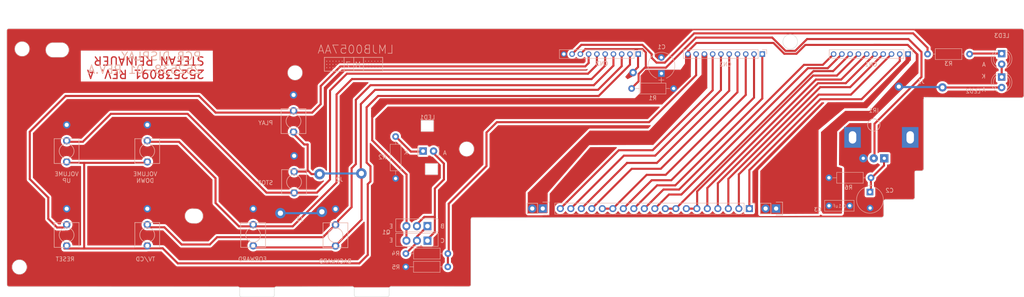
<source format=kicad_pcb>
(kicad_pcb (version 20221018) (generator pcbnew)
  (layers (0 "F.Cu" signal) (31 "B.Cu" signal) (34 "B.Paste" user) (35 "F.Paste" user) (36 "B.SilkS" user "B.Silkscreen") (37 "F.SilkS" user "F.Silkscreen") (38 "B.Mask" user) (39 "F.Mask" user) (44 "Edge.Cuts" user))
  (net 0 "")
  (net 1 "KI0")
  (net 2 "KST3")
  (net 3 "GND")
  (net 4 "Net-(IR1-Pin_1)")
  (net 5 "+5VD")
  (net 6 "VF2")
  (net 7 "G8")
  (net 8 "Sh")
  (net 9 "Sg")
  (net 10 "G7")
  (net 11 "Sf")
  (net 12 "G6")
  (net 13 "G5")
  (net 14 "Se")
  (net 15 "G4")
  (net 16 "Sd")
  (net 17 "G3")
  (net 18 "Sc")
  (net 19 "G2")
  (net 20 "Sb")
  (net 21 "Sa")
  (net 22 "G1")
  (net 23 "VF1")
  (net 24 "_{INCD}")
  (net 25 "KI2")
  (net 26 "KI1")
  (net 27 "KST2")
  (net 28 "KST1")
  (net 29 "KST0")
  (net 30 "IR_VOUT")
  (net 31 "CN3_PIN9")
  (net 32 "Net-(LED1-A)")
  (net 33 "Net-(Q1-C)")
  (net 34 "Net-(LED1-K)")
  (net 35 "Net-(LED2-K)")
  (net 36 "Net-(LED3-K)")
  (footprint "kicad-official/Connector_PinSocket_2.00mm.pretty:PinSocket_1x10_P2.00mm_Vertical" (layer "B.Cu") (at 177.75 69.75 90)
    (fp_text reference "CN3")
    (fp_text value "PinSocket_1x10_P2.00mm_Vertical")
  )
  (footprint "kicad-legacy/Resistors_ThroughHole.pretty:R_Axial_DIN0207_L6.3mm_D2.5mm_P10.16mm_Horizontal" (layer "B.Cu") (at 234.03 99.71 180)
    (fp_text reference "R6")
    (fp_text value "47")
  )
  (footprint "kicad-official/LED_THT.pretty:LED_D4.0mm" (layer "B.Cu") (at 265.64 69.65 -90)
    (fp_text reference "LED3")
    (fp_text value "LED")
  )
  (footprint "kicad-legacy/Resistors_ThroughHole.pretty:R_Axial_DIN0207_L6.3mm_D2.5mm_P10.16mm_Horizontal" (layer "B.Cu") (at 176.15 78.09)
    (fp_text reference "R1")
    (fp_text value "3.3K")
  )
  (footprint "4ms/4ms-kicad-lib/footprints-legacy/4ms-legacy-footprints.pretty:Cap_Ceramic_TH" (layer "B.Cu") (at 223.88 106.49)
    (fp_text reference "C3")
    (fp_text value "0.1uF")
  )
  (footprint "CDTV-panel:CP_Radial_D6.3mm_P3.8mm" (layer "B.Cu") (at 233.79 103.8025 -90)
    (fp_text reference "C2")
    (fp_text value "47uF 16V")
  )
  (footprint "CDTV-panel:PushButton_6x6mm_TH" (layer "B.Cu") (at 39.5 113.57 180)
    (fp_text reference "RESET1" hide)
    (fp_text value "SW_Push_CDTV")
  )
  (footprint "kicad-legacy/Resistors_ThroughHole.pretty:R_Axial_DIN0207_L6.3mm_D2.5mm_P10.16mm_Horizontal" (layer "B.Cu") (at 119.07 99.89 90)
    (fp_text reference "R2")
    (fp_text value "150")
  )
  (footprint "kicad-legacy/Resistors_ThroughHole.pretty:R_Axial_DIN0207_L6.3mm_D2.5mm_P10.16mm_Horizontal" (layer "B.Cu") (at 247.72 69.75)
    (fp_text reference "R3")
    (fp_text value "33")
  )
  (footprint "CDTV-panel:PushButton_6x6mm_TH" (layer "B.Cu") (at 59 93.25 180)
    (fp_text reference "VOLUME_DOWN1" hide)
    (fp_text value "SW_Push_CDTV")
  )
  (footprint "apexelectrix/apex-pin-headers.pretty:Pin_Header_Straight_1x02" (layer "B.Cu") (at 211.095 107.165 90)
    (fp_text reference "DISP1" hide)
    (fp_text value "PinSocket_1x19_P2.54mm_Vertical" hide)
  )
  (footprint "CDTV-panel:PushButton_6x6mm_TH" (layer "B.Cu") (at 84.61 113.57 180)
    (fp_text reference "FORWARD1" hide)
    (fp_text value "SW_Push_CDTV")
  )
  (footprint "kicad-official/LED_THT.pretty:LED_D4.0mm" (layer "B.Cu") (at 265.64 75.305 -90)
    (fp_text reference "LED2")
    (fp_text value "LED")
  )
  (footprint "kicad-official/LED_THT.pretty:LED_Rectangular_W5.0mm_H2.0mm" (layer "B.Cu") (at 125.71 93.25)
    (fp_text reference "LED1")
    (fp_text value "LED")
  )
  (footprint "CDTV-panel:PushButton_6x6mm_TH" (layer "B.Cu") (at 104.52 113.63 180)
    (fp_text reference "BACKWARD1" hide)
    (fp_text value "SW_Push_CDTV")
  )
  (footprint "CDTV-panel:TO-220-3_Vertical_CBE" (layer "B.Cu") (at 126.77 114.95 180)
    (fp_text reference "Q2" hide)
    (fp_text value "NO STUFF (CBE)" hide)
  )
  (footprint "kicad-legacy/Resistors_ThroughHole.pretty:R_Axial_DIN0207_L6.3mm_D2.5mm_P10.16mm_Horizontal" (layer "B.Cu") (at 121.53 121.29)
    (fp_text reference "R5")
    (fp_text value "NP")
  )
  (footprint "CDTV-panel:IR-sensor" (layer "B.Cu") (at 234.71 95 180)
    (fp_text reference "IR1")
    (fp_text value "GP1U50X")
  )
  (footprint "CDTV-panel:PushButton_6x6mm_TH" (layer "B.Cu") (at 59 113.57 180)
    (fp_text reference "TV_CD1" hide)
    (fp_text value "SW_Push_CDTV")
  )
  (footprint "CDTV-panel:PushButton_6x6mm_TH" (layer "B.Cu") (at 94.51 100.75 180)
    (fp_text reference "STOP1" hide)
    (fp_text value "SW_Push_CDTV")
  )
  (footprint "CDTV-panel:PushButton_6x6mm_TH" (layer "B.Cu") (at 94.37 86 180)
    (fp_text reference "PLAY1" hide)
    (fp_text value "SW_Push")
  )
  (footprint "kicad-official/Connector_PinSocket_2.54mm.pretty:PinSocket_1x19_P2.54mm_Vertical" (layer "B.Cu") (at 204.62 107.19 90)
    (fp_text reference "DISP2" hide)
    (fp_text value "Pin_Header_Straight_1x02" hide)
  )
  (footprint "kicad-official/Connector_PinSocket_2.00mm.pretty:PinSocket_1x10_P2.00mm_Vertical" (layer "B.Cu") (at 207.75 69.75 90)
    (fp_text reference "CN2")
    (fp_text value "PinSocket_1x10_P2.00mm_Vertical")
  )
  (footprint "CDTV-panel:CP_Radial_D6.3mm_P3.8mm" (layer "B.Cu") (at 183.36 73.81 90)
    (fp_text reference "C1")
    (fp_text value "47uF 16V")
  )
  (footprint "CDTV-panel:PushButton_6x6mm_TH" (layer "B.Cu") (at 39.5 93.25 180)
    (fp_text reference "VOLUME_UP1" hide)
    (fp_text value "SW_Push_CDTV")
  )
  (footprint "CDTV-panel:TO-220-3_Vertical_BCE" (layer "B.Cu") (at 126.77 111.43 180)
    (fp_text reference "Q1")
    (fp_text value "2SA1309A (BCE)" hide)
  )
  (footprint "kicad-official/Connector_PinSocket_2.00mm.pretty:PinSocket_1x10_P2.00mm_Vertical" (layer "B.Cu") (at 243 69.75 90)
    (fp_text reference "CN1")
    (fp_text value "PinSocket_1x10_P2.00mm_Vertical")
  )
  (footprint "apexelectrix/apex-pin-headers.pretty:Pin_Header_Straight_1x02" (layer "B.Cu") (at 154.66 107.165 90)
    (fp_text reference "DISP3" hide)
    (fp_text value "Pin_Header_Straight_1x02" hide)
  )
  (footprint "kicad-legacy/Resistors_ThroughHole.pretty:R_Axial_DIN0207_L6.3mm_D2.5mm_P10.16mm_Horizontal" (layer "B.Cu") (at 121.55 118.08)
    (fp_text reference "R4")
    (fp_text value "4.7K")
  )
  (gr_line (start 115.95 70.55) (end 101.84 70.55) (stroke (width 0.15)) (layer "B.SilkS"))
  (gr_line (start 108.95 70.55) (end 108.95 73.89) (stroke (width 0.15)) (layer "B.SilkS"))
  (gr_line (start 106.61 70.55) (end 106.61 73.89) (stroke (width 0.15)) (layer "B.SilkS"))
  (gr_line (start 101.84 70.55) (end 101.84 73.89) (stroke (width 0.15)) (layer "B.SilkS"))
  (gr_line (start 111.29 70.55) (end 111.29 73.89) (stroke (width 0.15)) (layer "B.SilkS"))
  (gr_line (start 115.95 73.89) (end 101.84 73.89) (stroke (width 0.15)) (layer "B.SilkS"))
  (gr_line (start 115.95 73.89) (end 115.95 70.55) (stroke (width 0.15)) (layer "B.SilkS"))
  (gr_arc (start 69.903162 110.728162) (mid 68.135 108.96) (end 69.903162 107.191838) (stroke (width 0.1)) (layer "Edge.Cuts"))
  (gr_line (start 137.263379 109.909507) (end 137.256621 125.500493) (stroke (width 0.1)) (layer "Edge.Cuts"))
  (gr_arc (start 25.053379 64.149507) (mid 25.179075 63.750075) (end 25.57 63.600001) (stroke (width 0.1)) (layer "Edge.Cuts"))
  (gr_line (start 246.743379 80.849507) (end 246.746621 97.460493) (stroke (width 0.1)) (layer "Edge.Cuts"))
  (gr_line (start 270.471136 80.319999) (end 247.26 80.300001) (stroke (width 0.1)) (layer "Edge.Cuts"))
  (gr_arc (start 270.987757 79.770493) (mid 270.843253 80.152242) (end 270.471136 80.319999) (stroke (width 0.1)) (layer "Edge.Cuts"))
  (gr_circle (center 28.75 68.5) (end 29.83 69.9) (stroke (width 0.1)) (fill none) (layer "Edge.Cuts"))
  (gr_arc (start 270.450493 63.600001) (mid 270.828096 63.750444) (end 270.993012 64.121955) (stroke (width 0.1)) (layer "Edge.Cuts"))
  (gr_arc (start 89.753379 126.619507) (mid 89.879075 126.220075) (end 90.27 126.070001) (stroke (width 0.1)) (layer "Edge.Cuts"))
  (gr_line (start 109.079999 126.57) (end 109.080001 128.06) (stroke (width 0.1)) (layer "Edge.Cuts"))
  (gr_arc (start 244.583379 98.559507) (mid 244.709075 98.160075) (end 245.1 98.010001) (stroke (width 0.1)) (layer "Edge.Cuts"))
  (gr_arc (start 237.076621 108.730493) (mid 236.950925 109.129925) (end 236.56 109.279999) (stroke (width 0.1)) (layer "Edge.Cuts"))
  (gr_arc (start 246.746621 97.460493) (mid 246.620925 97.859925) (end 246.23 98.009999) (stroke (width 0.1)) (layer "Edge.Cuts"))
  (gr_line (start 244.583379 98.559507) (end 244.586621 104.400493) (stroke (width 0.1)) (layer "Edge.Cuts"))
  (gr_line (start 236.56 109.279999) (end 137.78 109.360001) (stroke (width 0.1)) (layer "Edge.Cuts"))
  (gr_arc (start 80.800493 126.073379) (mid 81.199925 126.199075) (end 81.349999 126.59) (stroke (width 0.1)) (layer "Edge.Cuts"))
  (gr_line (start 70.704838 107.219838) (end 70.704838 107.219838) (stroke (width 0.1)) (layer "Edge.Cuts"))
  (gr_circle (center 28.09 121.34) (end 29.17 122.74) (stroke (width 0.1)) (fill none) (layer "Edge.Cuts"))
  (gr_line (start 270.987757 64.122117) (end 270.987757 79.770493) (stroke (width 0.1)) (layer "Edge.Cuts"))
  (gr_arc (start 137.256621 125.500493) (mid 137.130925 125.899925) (end 136.74 126.049999) (stroke (width 0.1)) (layer "Edge.Cuts"))
  (gr_circle (center 94.75 74.268162) (end 95.83 75.668162) (stroke (width 0.1)) (fill none) (layer "Edge.Cuts"))
  (gr_line (start 90.27 126.070001) (end 108.530493 126.053379) (stroke (width 0.1)) (layer "Edge.Cuts"))
  (gr_arc (start 117.498379 126.589507) (mid 117.624075 126.190075) (end 118.015 126.040001) (stroke (width 0.1)) (layer "Edge.Cuts"))
  (gr_line (start 70.704838 110.756162) (end 69.903162 110.728162) (stroke (width 0.1)) (layer "Edge.Cuts"))
  (gr_line (start 109.629507 128.576621) (end 116.985 128.569999) (stroke (width 0.1)) (layer "Edge.Cuts"))
  (gr_line (start 36.242081 66.982837) (end 37.783081 66.988999) (stroke (width 0.1)) (layer "Edge.Cuts"))
  (gr_circle (center 214.5 66.75) (end 215.58 68.15) (stroke (width 0.1)) (fill none) (layer "Edge.Cuts"))
  (gr_line (start 246.23 98.009999) (end 245.1 98.010001) (stroke (width 0.1)) (layer "Edge.Cuts"))
  (gr_arc (start 108.530493 126.053379) (mid 108.929925 126.179075) (end 109.079999 126.57) (stroke (width 0.1)) (layer "Edge.Cuts"))
  (gr_arc (start 137.263379 109.909507) (mid 137.389075 109.510075) (end 137.78 109.360001) (stroke (width 0.1)) (layer "Edge.Cuts"))
  (gr_arc (start 89.746621 128.060493) (mid 89.620925 128.459925) (end 89.23 128.609999) (stroke (width 0.1)) (layer "Edge.Cuts"))
  (gr_line (start 25.57 63.600001) (end 270.450493 63.600001) (stroke (width 0.1)) (layer "Edge.Cuts"))
  (gr_arc (start 237.073379 105.529507) (mid 237.199075 105.130075) (end 237.59 104.980001) (stroke (width 0.1)) (layer "Edge.Cuts"))
  (gr_line (start 25.090001 125.54) (end 25.053379 64.149507) (stroke (width 0.1)) (layer "Edge.Cuts"))
  (gr_arc (start 70.704838 107.219838) (mid 72.473 108.988) (end 70.704838 110.756162) (stroke (width 0.1)) (layer "Edge.Cuts"))
  (gr_arc (start 36.242081 70.519161) (mid 34.473919 68.750999) (end 36.242081 66.982837) (stroke (width 0.1)) (layer "Edge.Cuts"))
  (gr_arc (start 117.501621 128.020493) (mid 117.375925 128.419925) (end 116.985 128.569999) (stroke (width 0.1)) (layer "Edge.Cuts"))
  (gr_line (start 244.07 104.949999) (end 237.59 104.980001) (stroke (width 0.1)) (layer "Edge.Cuts"))
  (gr_arc (start 81.889507 128.606621) (mid 81.490075 128.480925) (end 81.340001 128.09) (stroke (width 0.1)) (layer "Edge.Cuts"))
  (gr_line (start 69.903162 107.191838) (end 70.704838 107.219838) (stroke (width 0.1)) (layer "Edge.Cuts"))
  (gr_line (start 237.073379 105.529507) (end 237.076621 108.730493) (stroke (width 0.1)) (layer "Edge.Cuts"))
  (gr_arc (start 38.257919 66.981837) (mid 40.026083 68.749999) (end 38.257919 70.518161) (stroke (width 0.1)) (layer "Edge.Cuts"))
  (gr_line (start 117.501621 128.020493) (end 117.498379 126.589507) (stroke (width 0.1)) (layer "Edge.Cuts"))
  (gr_arc (start 109.629507 128.576621) (mid 109.230075 128.450925) (end 109.080001 128.06) (stroke (width 0.1)) (layer "Edge.Cuts"))
  (gr_arc (start 25.639507 126.056621) (mid 25.240075 125.930925) (end 25.090001 125.54) (stroke (width 0.1)) (layer "Edge.Cuts"))
  (gr_rect (start 125.208 85.782) (end 128.25 88.5) (stroke (width 0.1)) (fill none) (layer "Edge.Cuts"))
  (gr_line (start 37.783081 66.988999) (end 38.257919 66.981837) (stroke (width 0.1)) (layer "Edge.Cuts"))
  (gr_arc (start 244.586621 104.400493) (mid 244.460925 104.799925) (end 244.07 104.949999) (stroke (width 0.1)) (layer "Edge.Cuts"))
  (gr_arc (start 246.743379 80.849507) (mid 246.869075 80.450075) (end 247.26 80.300001) (stroke (width 0.1)) (layer "Edge.Cuts"))
  (gr_circle (center 136.25 92.75) (end 137.33 94.15) (stroke (width 0.1)) (fill none) (layer "Edge.Cuts"))
  (gr_line (start 81.349999 126.59) (end 81.340001 128.09) (stroke (width 0.1)) (layer "Edge.Cuts"))
  (gr_line (start 81.889507 128.606621) (end 89.23 128.609999) (stroke (width 0.1)) (layer "Edge.Cuts"))
  (gr_line (start 89.746621 128.060493) (end 89.753379 126.619507) (stroke (width 0.1)) (layer "Edge.Cuts"))
  (gr_line (start 25.639507 126.056621) (end 80.800493 126.073379) (stroke (width 0.1)) (layer "Edge.Cuts"))
  (gr_line (start 118.015 126.040001) (end 136.74 126.049999) (stroke (width 0.1)) (layer "Edge.Cuts"))
  (gr_line (start 38.257919 70.518161) (end 36.242081 70.519161) (stroke (width 0.1)) (layer "Edge.Cuts"))
  (gr_rect (start 126.229 96.25) (end 129.271 98.968) (stroke (width 0.1)) (fill none) (layer "Edge.Cuts"))
  (gr_text "252538091 REV. A\nSTEFAN REINAUER" (at 73.03 70.17 180) (layer "F.Cu") (effects (font (size 2 2) (thickness 0.3) bold) (justify left bottom)))
  (gr_text "PLAY" (at 89.5 87) (layer "B.SilkS") (effects (font (size 1 1)) (justify left bottom mirror)))
  (gr_text "." (at 112.2 72.53) (layer "B.SilkS") (effects (font (size 1 1)) (justify left bottom mirror)))
  (gr_text "." (at 115.2 71.75) (layer "B.SilkS") (effects (font (size 1 1)) (justify left bottom mirror)))
  (gr_text "." (at 106.58 72.53) (layer "B.SilkS") (effects (font (size 1 1)) (justify left bottom mirror)))
  (gr_text "." (at 102.83 72.53) (layer "B.SilkS") (effects (font (size 1 1)) (justify left bottom mirror)))
  (gr_text "." (at 104.33 73.31) (layer "B.SilkS") (effects (font (size 1 1)) (justify left bottom mirror)))
  (gr_text "." (at 105.83 73.31) (layer "B.SilkS") (effects (font (size 1 1)) (justify left bottom mirror)))
  (gr_text "STOP" (at 89.5 101.5) (layer "B.SilkS") (effects (font (size 1 1)) (justify left bottom mirror)))
  (gr_text "J1" (at 247.1 76.97) (layer "B.SilkS") (effects (font (size 1 1)) (justify left bottom mirror)))
  (gr_text "." (at 104.33 71.75) (layer "B.SilkS") (effects (font (size 1 1)) (justify left bottom mirror)))
  (gr_text "A\n" (at 261.87 78.96) (layer "B.SilkS") (effects (font (size 1 1)) (justify left bottom mirror)))
  (gr_text "." (at 105.08 71.75) (layer "B.SilkS") (effects (font (size 1 1)) (justify left bottom mirror)))
  (gr_text "K\n" (at 261.87 75.73) (layer "B.SilkS") (effects (font (size 1 1)) (justify left bottom mirror)))
  (gr_text "." (at 106.58 73.31) (layer "B.SilkS") (effects (font (size 1 1)) (justify left bottom mirror)))
  (gr_text "VOLUME\nUP" (at 39.5 101) (layer "B.SilkS") (effects (font (size 1 1)) (justify bottom mirror)))
  (gr_text "." (at 115.2 73.31) (layer "B.SilkS") (effects (font (size 1 1)) (justify left bottom mirror)))
  (gr_text "." (at 114.45 71.75) (layer "B.SilkS") (effects (font (size 1 1)) (justify left bottom mirror)))
  (gr_text "TV/CD" (at 61 120) (layer "B.SilkS") (effects (font (size 1 1)) (justify left bottom mirror)))
  (gr_text "PCB DISPLAY\n252538-01 REV.A" (at 72.28 74.67) (layer "B.SilkS") (effects (font (size 2 2) (thickness 0.25)) (justify left bottom mirror)))
  (gr_text "." (at 102.83 71.75) (layer "B.SilkS") (effects (font (size 1 1)) (justify left bottom mirror)))
  (gr_text "." (at 102.83 73.31) (layer "B.SilkS") (effects (font (size 1 1)) (justify left bottom mirror)))
  (gr_text "K\n" (at 122.16 94.18) (layer "B.SilkS") (effects (font (size 1 1)) (justify left bottom mirror)))
  (gr_text "." (at 115.95 73.31) (layer "B.SilkS") (effects (font (size 1 1)) (justify left bottom mirror)))
  (gr_text "A\n" (at 131.5 94.27) (layer "B.SilkS") (effects (font (size 1 1)) (justify left bottom mirror)))
  (gr_text "VOLUME\nDOWN" (at 58.5 101) (layer "B.SilkS") (effects (font (size 1 1)) (justify bottom mirror)))
  (gr_text "." (at 114.45 73.31) (layer "B.SilkS") (effects (font (size 1 1)) (justify left bottom mirror)))
  (gr_text "." (at 113.7 71.75) (layer "B.SilkS") (effects (font (size 1 1)) (justify left bottom mirror)))
  (gr_text "." (at 112.2 71.75) (layer "B.SilkS") (effects (font (size 1 1)) (justify left bottom mirror)))
  (gr_text "." (at 112.95 72.53) (layer "B.SilkS") (effects (font (size 1 1)) (justify left bottom mirror)))
  (gr_text "." (at 113.7 73.31) (layer "B.SilkS") (effects (font (size 1 1)) (justify left bottom mirror)))
  (gr_text "." (at 115.2 72.53) (layer "B.SilkS") (effects (font (size 1 1)) (justify left bottom mirror)))
  (gr_text "7" (at 108.32 73.06) (layer "B.SilkS") (effects (font (size 1.27 1.27)) (justify left bottom mirror)))
  (gr_text "LMJB0057AA" (at 118.75 69.8) (layer "B.SilkS") (effects (font (size 2 2)) (justify left bottom mirror)))
  (gr_text "." (at 103.58 72.53) (layer "B.SilkS") (effects (font (size 1 1)) (justify left bottom mirror)))
  (gr_text "J2\n" (at 106.46 100.71) (layer "B.SilkS") (effects (font (size 1 1)) (justify left bottom mirror)))
  (gr_text "." (at 103.58 73.31) (layer "B.SilkS") (effects (font (size 1 1)) (justify left bottom mirror)))
  (gr_text "RESET" (at 41.5 120) (layer "B.SilkS") (effects (font (size 1 1)) (justify left bottom mirror)))
  (gr_text "." (at 112.2 73.31) (layer "B.SilkS") (effects (font (size 1 1)) (justify left bottom mirror)))
  (gr_text "." (at 103.58 71.75) (layer "B.SilkS") (effects (font (size 1 1)) (justify left bottom mirror)))
  (gr_text "." (at 106.58 71.75) (layer "B.SilkS") (effects (font (size 1 1)) (justify left bottom mirror)))
  (gr_text "." (at 115.95 71.75) (layer "B.SilkS") (effects (font (size 1 1)) (justify left bottom mirror)))
  (gr_text "." (at 112.95 71.75) (layer "B.SilkS") (effects (font (size 1 1)) (justify left bottom mirror)))
  (gr_text "." (at 105.83 71.75) (layer "B.SilkS") (effects (font (size 1 1)) (justify left bottom mirror)))
  (gr_text "." (at 104.33 72.53) (layer "B.SilkS") (effects (font (size 1 1)) (justify left bottom mirror)))
  (gr_text "." (at 112.95 73.31) (layer "B.SilkS") (effects (font (size 1 1)) (justify left bottom mirror)))
  (gr_text "." (at 105.08 72.53) (layer "B.SilkS") (effects (font (size 1 1)) (justify left bottom mirror)))
  (gr_text "." (at 113.7 72.53) (layer "B.SilkS") (effects (font (size 1 1)) (justify left bottom mirror)))
  (gr_text "A\n" (at 261.87 72.87) (layer "B.SilkS") (effects (font (size 1 1)) (justify left bottom mirror)))
  (gr_text "." (at 105.08 73.31) (layer "B.SilkS") (effects (font (size 1 1)) (justify left bottom mirror)))
  (gr_text "M" (at 110.78 73.06) (layer "B.SilkS") (effects (font (size 1.27 1.27)) (justify left bottom mirror)))
  (gr_text "." (at 115.95 72.53) (layer "B.SilkS") (effects (font (size 1 1)) (justify left bottom mirror)))
  (gr_text "BACKWARD" (at 108.5 120.5) (layer "B.SilkS") (effects (font (size 1 1)) (justify left bottom mirror)))
  (gr_text "." (at 114.45 72.53) (layer "B.SilkS") (effects (font (size 1 1)) (justify left bottom mirror)))
  (gr_text "." (at 105.83 72.53) (layer "B.SilkS") (effects (font (size 1 1)) (justify left bottom mirror)))
  (gr_text "J3\n" (at 96.93 110.32) (layer "B.SilkS") (effects (font (size 1 1)) (justify left bottom mirror)))
  (gr_text "FORWARD" (at 88 120) (layer "B.SilkS") (effects (font (size 1 1)) (justify left bottom mirror)))
  (segment (start 168.02 78.41) (end 164.23 78.41) (width 0.5) (layer "F.Cu") (net 1))
  (segment (start 104.11 116.585) (end 84.37 116.585) (width 0.5) (layer "F.Cu") (net 1))
  (segment (start 94.35 89.025) (end 96.975 91.65) (width 0.5) (layer "F.Cu") (net 1))
  (segment (start 100.69 98.83) (end 98.73 98.83) (width 0.5) (layer "F.Cu") (net 1))
  (segment (start 97.8 97.9) (end 97.43 98.27) (width 0.5) (layer "F.Cu") (net 1))
  (segment (start 97.375 98.215) (end 94.35 98.215) (width 0.5) (layer "F.Cu") (net 1))
  (segment (start 164.23 78.41) (end 114.11 78.41) (width 0.5) (layer "F.Cu") (net 1))
  (segment (start 173.75 72.68) (end 168.02 78.41) (width 0.5) (layer "F.Cu") (net 1))
  (segment (start 97.43 98.27) (end 97.375 98.215) (width 0.5) (layer "F.Cu") (net 1))
  (segment (start 110.66 81.86) (end 110.66 97.8) (width 0.5) (layer "F.Cu") (net 1))
  (segment (start 173.75 69.75) (end 173.75 72.68) (width 0.5) (layer "F.Cu") (net 1))
  (segment (start 96.975 91.65) (end 97.8 91.65) (width 0.5) (layer "F.Cu") (net 1))
  (segment (start 110.66 97.8) (end 110.85 97.99) (width 0.5) (layer "F.Cu") (net 1))
  (segment (start 110.85 109.845) (end 104.11 116.585) (width 0.5) (layer "F.Cu") (net 1))
  (segment (start 114.11 78.41) (end 110.66 81.86) (width 0.5) (layer "F.Cu") (net 1))
  (segment (start 97.8 91.65) (end 97.8 97.9) (width 0.5) (layer "F.Cu") (net 1))
  (segment (start 98.73 98.83) (end 97.8 97.9) (width 0.5) (layer "F.Cu") (net 1))
  (segment (start 110.85 97.99) (end 110.85 109.845) (width 0.5) (layer "F.Cu") (net 1))
  (via (at 100.69 98.83) (size 2.54) (drill 1.27) (layers "F.Cu" "B.Cu") (net 1))
  (via (at 110.79 98.67) (size 2.54) (drill 1.27) (layers "F.Cu" "B.Cu") (net 1))
  (segment (start 100.69 98.83) (end 100.85 98.67) (width 0.5) (layer "B.Cu") (net 1))
  (segment (start 100.85 98.67) (end 110.79 98.67) (width 0.5) (layer "B.Cu") (net 1))
  (segment (start 108.43 106.84) (end 108.43 97.42) (width 0.5) (layer "F.Cu") (net 2))
  (segment (start 108.43 97.42) (end 109.45 96.4) (width 0.5) (layer "F.Cu") (net 2))
  (segment (start 109.45 80.84) (end 113 77.29) (width 0.5) (layer "F.Cu") (net 2))
  (segment (start 101.485 114.11) (end 104.49 111.105) (width 0.5) (layer "F.Cu") (net 2))
  (segment (start 58.86 111.705) (end 63.145 111.705) (width 0.5) (layer "F.Cu") (net 2))
  (segment (start 109.45 96.4) (end 109.45 80.84) (width 0.5) (layer "F.Cu") (net 2))
  (segment (start 105.16 110.11) (end 108.43 106.84) (width 0.5) (layer "F.Cu") (net 2))
  (segment (start 113 77.29) (end 167 77.29) (width 0.5) (layer "F.Cu") (net 2))
  (segment (start 63.145 111.705) (end 67.32 115.88) (width 0.5) (layer "F.Cu") (net 2))
  (segment (start 67.32 115.88) (end 74.13 115.88) (width 0.5) (layer "F.Cu") (net 2))
  (segment (start 171.75 72.54) (end 171.75 69.75) (width 0.5) (layer "F.Cu") (net 2))
  (segment (start 105.16 110.48) (end 105.16 110.11) (width 0.5) (layer "F.Cu") (net 2))
  (segment (start 74.13 115.88) (end 75.9 114.11) (width 0.5) (layer "F.Cu") (net 2))
  (segment (start 167 77.29) (end 171.75 72.54) (width 0.5) (layer "F.Cu") (net 2))
  (segment (start 75.9 114.11) (end 101.485 114.11) (width 0.5) (layer "F.Cu") (net 2))
  (via (at 91.21 108.29) (size 2.54) (drill 1.27) (layers "F.Cu" "B.Cu") (net 3))
  (via (at 101.24 107.96) (size 2.54) (drill 1.27) (layers "F.Cu" "B.Cu") (net 3))
  (segment (start 100.91 108.29) (end 101.24 107.96) (width 0.5) (layer "B.Cu") (net 3))
  (segment (start 91.21 108.29) (end 100.91 108.29) (width 0.5) (layer "B.Cu") (net 3))
  (segment (start 234.01 99.91) (end 234.19 99.73) (width 0.5) (layer "F.Cu") (net 4))
  (segment (start 234.01 103.17) (end 234.01 99.91) (width 0.5) (layer "F.Cu") (net 4))
  (segment (start 237.18 96.74) (end 237.19 96.74) (width 0.5) (layer "F.Cu") (net 4))
  (segment (start 234.19 99.73) (end 237.18 96.74) (width 0.5) (layer "F.Cu") (net 4))
  (segment (start 237.19 96.74) (end 237.19 95.348) (width 0.5) (layer "F.Cu") (net 4))
  (segment (start 240.77 77.63) (end 240.77 78.01) (width 0.5) (layer "F.Cu") (net 5))
  (segment (start 241.10477 77.63) (end 245.25 73.48477) (width 0.5) (layer "F.Cu") (net 5))
  (segment (start 189.734631 74.665369) (end 189.734631 70.375034) (width 0.5) (layer "F.Cu") (net 5))
  (segment (start 191.81 67.05) (end 189.75 69.11) (width 0.5) (layer "F.Cu") (net 5))
  (segment (start 251.33 77.82) (end 251.355 77.845) (width 0.5) (layer "F.Cu") (net 5))
  (segment (start 189.15 72.09) (end 189.18 69.76) (width 0.2) (layer "F.Cu") (net 5))
  (segment (start 189.75 69.11) (end 189.75 69.75) (width 0.5) (layer "F.Cu") (net 5))
  (segment (start 189.18 69.76) (end 190.4 69.79) (width 0.2) (layer "F.Cu") (net 5))
  (segment (start 182.89 81.17) (end 185.97 78.09) (width 0.5) (layer "F.Cu") (net 5))
  (segment (start 223.88 106.49) (end 223.88 99.72) (width 0.5) (layer "F.Cu") (net 5))
  (segment (start 113.41 83.58) (end 115.82 81.17) (width 0.5) (layer "F.Cu") (net 5))
  (segment (start 216.01 69.67) (end 213.08 69.67) (width 0.5) (layer "F.Cu") (net 5))
  (segment (start 188.06 73.63) (end 189.15 72.09) (width 0.2) (layer "F.Cu") (net 5))
  (segment (start 240.77 77.63) (end 241.10477 77.63) (width 0.5) (layer "F.Cu") (net 5))
  (segment (start 116.95 81.86) (end 114.012116 84.76094) (width 0.2) (layer "F.Cu") (net 5))
  (segment (start 189.740042 70.484589) (end 189.737224 70.48452) (width 0.5) (layer "F.Cu") (net 5))
  (segment (start 185.97 78.09) (end 186.31 78.09) (width 0.5) (layer "F.Cu") (net 5))
  (segment (start 189.75 70.474631) (end 189.740042 70.484589) (width 0.5) (layer "F.Cu") (net 5))
  (segment (start 242.92 67.52) (end 234.71 67.52) (width 0.5) (layer "F.Cu") (net 5))
  (segment (start 190.36 75.18) (end 183.47 81.86) (width 0.2) (layer "F.Cu") (net 5))
  (segment (start 251.355 77.845) (end 265.64 77.845) (width 0.5) (layer "F.Cu") (net 5))
  (segment (start 240.77 78.01) (end 234.11 84.67) (width 0.5) (layer "F.Cu") (net 5))
  (segment (start 115.34 80.56) (end 176.99 80.53) (width 0.2) (layer "F.Cu") (net 5))
  (segment (start 183.36 74.45) (end 183.36 74.82) (width 0.5) (layer "F.Cu") (net 5))
  (segment (start 115.82 81.17) (end 182.89 81.17) (width 0.5) (layer "F.Cu") (net 5))
  (segment (start 223.87 88.77) (end 223.87 99.71) (width 0.5) (layer "F.Cu") (net 5))
  (segment (start 224.29 106.5) (end 224.05 106.5) (width 0.5) (layer "F.Cu") (net 5))
  (segment (start 190.4 69.79) (end 190.36 75.18) (width 0.2) (layer "F.Cu") (net 5))
  (segment (start 265.615 77.82) (end 265.64 77.845) (width 0.5) (layer "F.Cu") (net 5))
  (segment (start 245.25 73.48477) (end 245.25 69.85) (width 0.5) (layer "F.Cu") (net 5))
  (segment (start 186.31 77.77) (end 186.31 78.09) (width 0.5) (layer "F.Cu") (net 5))
  (segment (start 113.25 84.91) (end 113.25 82.86) (width 0.2) (layer "F.Cu") (net 5))
  (segment (start 227.97 84.67) (end 223.87 88.77) (width 0.5) (layer "F.Cu") (net 5))
  (segment (start 113.25 82.86) (end 115.34 80.56) (width 0.2) (layer "F.Cu") (net 5))
  (segment (start 121.72 98.94) (end 113.41 90.63) (width 0.5) (layer "F.Cu") (net 5))
  (segment (start 176.99 80.53) (end 178.37 79.16) (width 0.2) (layer "F.Cu") (net 5))
  (segment (start 223.88 99.72) (end 223.87 99.71) (width 0.5) (layer "F.Cu") (net 5))
  (segment (start 213.08 69.67) (end 210.46 67.05) (width 0.5) (layer "F.Cu") (net 5))
  (segment (start 210.46 67.05) (end 191.81 67.05) (width 0.5) (layer "F.Cu") (net 5))
  (segment (start 186.31 78.09) (end 189.734631 74.665369) (width 0.5) (layer "F.Cu") (net 5))
  (segment (start 189.75 69.75) (end 189.75 70.474631) (width 0.5) (layer "F.Cu") (net 5))
  (segment (start 113.41 90.63) (end 113.41 83.58) (width 0.5) (layer "F.Cu") (net 5))
  (segment (start 218.16 67.52) (end 216.01 69.67) (width 0.5) (layer "F.Cu") (net 5))
  (segment (start 121.72 112.05) (end 121.72 98.94) (width 0.5) (layer "F.Cu") (net 5))
  (segment (start 178.4 75.03) (end 179.58 73.62) (width 0.2) (layer "F.Cu") (net 5))
  (segment (start 113.652116 85.08094) (end 113.25 84.91) (width 0.2) (layer "F.Cu") (net 5))
  (segment (start 178.37 79.16) (end 178.4 75.03) (width 0.2) (layer "F.Cu") (net 5))
  (segment (start 179.58 73.62) (end 188.06 73.63) (width 0.2) (layer "F.Cu") (net 5))
  (segment (start 245.25 69.85) (end 242.92 67.52) (width 0.5) (layer "F.Cu") (net 5))
  (segment (start 234.11 84.67) (end 227.97 84.67) (width 0.5) (layer "F.Cu") (net 5))
  (segment (start 183.47 81.86) (end 116.95 81.86) (width 0.2) (layer "F.Cu") (net 5))
  (segment (start 114.012116 84.76094) (end 113.652116 85.08094) (width 0.2) (layer "F.Cu") (net 5))
  (segment (start 183.36 74.82) (end 186.31 77.77) (width 0.5) (layer "F.Cu") (net 5))
  (segment (start 121.69 114.95) (end 121.69 111.43) (width 0.5) (layer "F.Cu") (net 5))
  (segment (start 236.3 67.52) (end 218.16 67.52) (width 0.5) (layer "F.Cu") (net 5))
  (via (at 251.33 77.82) (size 2) (drill 1) (layers "F.Cu" "B.Cu") (net 5))
  (via (at 240.77 77.63) (size 2) (drill 1) (layers "F.Cu" "B.Cu") (net 5))
  (segment (start 240.77 77.63) (end 240.87477 77.73477) (width 0.5) (layer "B.Cu") (net 5))
  (segment (start 240.87477 77.73477) (end 251.24477 77.73477) (width 0.5) (layer "B.Cu") (net 5))
  (segment (start 251.24477 77.73477) (end 251.33 77.82) (width 0.5) (layer "B.Cu") (net 5))
  (segment (start 229.04 82.06) (end 228.46 82.06) (width 0.5) (layer "F.Cu") (net 6))
  (segment (start 228.46 82.06) (end 225.57 82.06) (width 0.5) (layer "F.Cu") (net 6))
  (segment (start 243 69.75) (end 243 71.75) (width 0.5) (layer "F.Cu") (net 6))
  (segment (start 232.69 82.06) (end 228.46 82.06) (width 0.5) (layer "F.Cu") (net 6))
  (segment (start 243 71.75) (end 232.69 82.06) (width 0.5) (layer "F.Cu") (net 6))
  (segment (start 225.57 82.06) (end 208.515 99.115) (width 0.5) (layer "F.Cu") (net 6))
  (segment (start 208.515 99.115) (end 208.515 107.165) (width 0.5) (layer "F.Cu") (net 6))
  (segment (start 208.555 107.165) (end 211.095 107.165) (width 0.5) (layer "F.Cu") (net 6))
  (segment (start 205 97.5) (end 204.975 97.5) (width 0.5) (layer "F.Cu") (net 7))
  (segment (start 241 69.75) (end 241 71.44) (width 0.5) (layer "F.Cu") (net 7))
  (segment (start 221.81 80.69) (end 205 97.5) (width 0.5) (layer "F.Cu") (net 7))
  (segment (start 231.75 80.69) (end 221.81 80.69) (width 0.5) (layer "F.Cu") (net 7))
  (segment (start 204.975 97.5) (end 204.62 97.855) (width 0.5) (layer "F.Cu") (net 7))
  (segment (start 241 71.44) (end 231.75 80.69) (width 0.5) (layer "F.Cu") (net 7))
  (segment (start 204.62 97.855) (end 204.62 107.19) (width 0.5) (layer "F.Cu") (net 7))
  (segment (start 229.18 79.57) (end 221.39005 79.57) (width 0.5) (layer "F.Cu") (net 8))
  (segment (start 221.39005 79.57) (end 202.08 98.88005) (width 0.5) (layer "F.Cu") (net 8))
  (segment (start 202.08 98.88005) (end 202.08 107.19) (width 0.5) (layer "F.Cu") (net 8))
  (segment (start 239 69.75) (end 229.18 79.57) (width 0.5) (layer "F.Cu") (net 8))
  (segment (start 228.99 77.76) (end 221.77 77.76) (width 0.5) (layer "F.Cu") (net 9))
  (segment (start 199.54 99.99) (end 199.54 107.19) (width 0.5) (layer "F.Cu") (net 9))
  (segment (start 221.77 77.76) (end 199.54 99.99) (width 0.5) (layer "F.Cu") (net 9))
  (segment (start 237 69.75) (end 228.99 77.76) (width 0.5) (layer "F.Cu") (net 9))
  (segment (start 227.95 76.8) (end 221.25 76.8) (width 0.5) (layer "F.Cu") (net 10))
  (segment (start 221.25 76.8) (end 197 101.05) (width 0.5) (layer "F.Cu") (net 10))
  (segment (start 197 101.05) (end 197 107.19) (width 0.5) (layer "F.Cu") (net 10))
  (segment (start 235 69.75) (end 227.95 76.8) (width 0.5) (layer "F.Cu") (net 10))
  (segment (start 220.72 75.92) (end 194.46 102.18) (width 0.5) (layer "F.Cu") (net 11))
  (segment (start 194.46 102.18) (end 194.46 107.19) (width 0.5) (layer "F.Cu") (net 11))
  (segment (start 233 69.75) (end 226.83 75.92) (width 0.5) (layer "F.Cu") (net 11))
  (segment (start 226.83 75.92) (end 220.72 75.92) (width 0.5) (layer "F.Cu") (net 11))
  (segment (start 225.795 74.955) (end 220.045 74.955) (width 0.5) (layer "F.Cu") (net 12))
  (segment (start 191.92 107.19) (end 189.38 107.19) (width 0.5) (layer "F.Cu") (net 12))
  (segment (start 191.92 107.19) (end 192 107.11) (width 0.5) (layer "F.Cu") (net 12))
  (segment (start 192 107.11) (end 192 103) (width 0.5) (layer "F.Cu") (net 12))
  (segment (start 189.64 106.79) (end 189.31 107.12) (width 0.5) (layer "F.Cu") (net 12))
  (segment (start 231 69.75) (end 225.795 74.955) (width 0.5) (layer "F.Cu") (net 12))
  (segment (start 220.045 74.955) (end 192 103) (width 0.5) (layer "F.Cu") (net 12))
  (segment (start 229 69.75) (end 224.879975 73.870025) (width 0.5) (layer "F.Cu") (net 13))
  (segment (start 184.3 107.19) (end 186.84 107.19) (width 0.5) (layer "F.Cu") (net 13))
  (segment (start 224.879975 73.870025) (end 220.140025 73.870025) (width 0.5) (layer "F.Cu") (net 13))
  (segment (start 220.140025 73.870025) (end 186.84 107.17005) (width 0.5) (layer "F.Cu") (net 13))
  (segment (start 186.84 107.17005) (end 186.84 107.19) (width 0.5) (layer "F.Cu") (net 13))
  (segment (start 181.76 107.19) (end 185.18 103.77) (width 0.5) (layer "F.Cu") (net 14))
  (segment (start 185.18 103.77) (end 188.18 103.77) (width 0.5) (layer "F.Cu") (net 14))
  (segment (start 218.779975 73.170025) (end 223.579975 73.170025) (width 0.5) (layer "F.Cu") (net 14))
  (segment (start 223.579975 73.170025) (end 227 69.75) (width 0.5) (layer "F.Cu") (net 14))
  (segment (start 188.18 103.77) (end 218.779975 73.170025) (width 0.5) (layer "F.Cu") (net 14))
  (segment (start 183.85 102.56) (end 179.22 107.19) (width 0.5) (layer "F.Cu") (net 15))
  (segment (start 187.63 102.56) (end 183.85 102.56) (width 0.5) (layer "F.Cu") (net 15))
  (segment (start 222.4 72.35) (end 217.84 72.35) (width 0.5) (layer "F.Cu") (net 15))
  (segment (start 225 69.75) (end 222.4 72.35) (width 0.5) (layer "F.Cu") (net 15))
  (segment (start 217.84 72.35) (end 187.63 102.56) (width 0.5) (layer "F.Cu") (net 15))
  (segment (start 182.32 101.55) (end 186.715 101.55) (width 0.5) (layer "F.Cu") (net 16))
  (segment (start 176.68 107.19) (end 182.32 101.55) (width 0.5) (layer "F.Cu") (net 16))
  (segment (start 207.75 80.515) (end 207.75 69.75) (width 0.5) (layer "F.Cu") (net 16))
  (segment (start 186.715 101.55) (end 207.75 80.515) (width 0.5) (layer "F.Cu") (net 16))
  (segment (start 174.14 107.19) (end 181 100.33) (width 0.5) (layer "F.Cu") (net 17))
  (segment (start 205.75 80.3) (end 205.75 69.75) (width 0.5) (layer "F.Cu") (net 17))
  (segment (start 185.73 100.32) (end 205.75 80.3) (width 0.5) (layer "F.Cu") (net 17))
  (segment (start 181 100.33) (end 181 100.32) (width 0.5) (layer "F.Cu") (net 17))
  (segment (start 181 100.32) (end 185.73 100.32) (width 0.5) (layer "F.Cu") (net 17))
  (segment (start 171.6 107.19) (end 169.06 107.19) (width 0.5) (layer "F.Cu") (net 18))
  (segment (start 184.4 99) (end 179.79 99) (width 0.5) (layer "F.Cu") (net 18))
  (segment (start 203.75 79.65) (end 184.4 99) (width 0.5) (layer "F.Cu") (net 18))
  (segment (start 179.79 99) (end 171.6 107.19) (width 0.5) (layer "F.Cu") (net 18))
  (segment (start 203.75 69.75) (end 203.75 79.65) (width 0.5) (layer "F.Cu") (net 18))
  (segment (start 183.2 97.54) (end 201.75 78.99) (width 0.5) (layer "F.Cu") (net 19))
  (segment (start 201.75 78.99) (end 201.75 69.75) (width 0.5) (layer "F.Cu") (net 19))
  (segment (start 166.52 107.19) (end 176.17 97.54) (width 0.5) (layer "F.Cu") (net 19))
  (segment (start 176.17 97.54) (end 183.2 97.54) (width 0.5) (layer "F.Cu") (net 19))
  (segment (start 182.26 96.12) (end 175 96.12) (width 0.5) (layer "F.Cu") (net 20))
  (segment (start 175 96.12) (end 175 96.17) (width 0.5) (layer "F.Cu") (net 20))
  (segment (start 199.75 78.63) (end 182.26 96.12) (width 0.5) (layer "F.Cu") (net 20))
  (segment (start 175 96.17) (end 163.98 107.19) (width 0.5) (layer "F.Cu") (net 20))
  (segment (start 199.75 69.75) (end 199.75 78.63) (width 0.5) (layer "F.Cu") (net 20))
  (segment (start 181.86 94.35) (end 174.28 94.35) (width 0.5) (layer "F.Cu") (net 21))
  (segment (start 197.75 78.46) (end 181.86 94.35) (width 0.5) (layer "F.Cu") (net 21))
  (segment (start 174.28 94.35) (end 161.44 107.19) (width 0.5) (layer "F.Cu") (net 21))
  (segment (start 197.75 69.75) (end 197.75 78.46) (width 0.5) (layer "F.Cu") (net 21))
  (segment (start 195.75 78.52) (end 181.22 93.05) (width 0.5) (layer "F.Cu") (net 22))
  (segment (start 181.22 93.05) (end 173.04 93.05) (width 0.5) (layer "F.Cu") (net 22))
  (segment (start 195.75 69.75) (end 195.75 78.52) (width 0.5) (layer "F.Cu") (net 22))
  (segment (start 173.04 93.05) (end 158.9 107.19) (width 0.5) (layer "F.Cu") (net 22))
  (segment (start 155.74 103.33) (end 165.86 91.69) (width 0.2) (layer "F.Cu") (net 23))
  (segment (start 152.12 107.165) (end 154.66 107.165) (width 0.5) (layer "F.Cu") (net 23))
  (segment (start 152.08 103.3) (end 165.6 89.78) (width 0.5) (layer "F.Cu") (net 23))
  (segment (start 194.35 69.74) (end 193.16 69.74) (width 0.2) (layer "F.Cu") (net 23))
  (segment (start 165.86 91.69) (end 181.334849 91.652717) (width 0.2) (layer "F.Cu") (net 23))
  (segment (start 165.6 89.78) (end 180.78 89.78) (width 0.5) (layer "F.Cu") (net 23))
  (segment (start 152.08 107.165) (end 152.08 103.3) (width 0.5) (layer "F.Cu") (net 23))
  (segment (start 155.702 108.204) (end 155.74 103.33) (width 0.2) (layer "F.Cu") (net 23))
  (segment (start 193.75 76.81) (end 193.75 70.29) (width 0.5) (layer "F.Cu") (net 23))
  (segment (start 181.334849 91.652717) (end 194.35 77.95) (width 0.2) (layer "F.Cu") (net 23))
  (segment (start 151.13 108.204) (end 152.654 108.204) (width 0.2) (layer "F.Cu") (net 23))
  (segment (start 180.78 89.78) (end 193.75 76.81) (width 0.5) (layer "F.Cu") (net 23))
  (segment (start 151.13 103.378) (end 151.13 108.204) (width 0.2) (layer "F.Cu") (net 23))
  (segment (start 193.16 74.78) (end 180.4 88.39) (width 0.2) (layer "F.Cu") (net 23))
  (segment (start 193.16 69.74) (end 193.16 72.07) (width 0.2) (layer "F.Cu") (net 23))
  (segment (start 193.16 72.07) (end 193.16 74.78) (width 0.2) (layer "F.Cu") (net 23))
  (segment (start 166.1 88.39) (end 151.13 103.378) (width 0.2) (layer "F.Cu") (net 23))
  (segment (start 194.35 77.95) (end 194.35 69.74) (width 0.2) (layer "F.Cu") (net 23))
  (segment (start 152.654 108.204) (end 155.702 108.204) (width 0.2) (layer "F.Cu") (net 23))
  (segment (start 180.4 88.39) (end 166.1 88.39) (width 0.2) (layer "F.Cu") (net 23))
  (segment (start 131.92 106) (end 141.05 96.87) (width 0.5) (layer "F.Cu") (net 24))
  (segment (start 191.75 74.87) (end 191.75 69.75) (width 0.5) (layer "F.Cu") (net 24))
  (segment (start 143.56 86.24) (end 180.38 86.24) (width 0.5) (layer "F.Cu") (net 24))
  (segment (start 131.71 117.98) (end 131.92 117.77) (width 0.5) (layer "F.Cu") (net 24))
  (segment (start 141.05 96.87) (end 141.05 88.75) (width 0.5) (layer "F.Cu") (net 24))
  (segment (start 180.38 86.24) (end 191.75 74.87) (width 0.5) (layer "F.Cu") (net 24))
  (segment (start 141.05 88.75) (end 143.56 86.24) (width 0.5) (layer "F.Cu") (net 24))
  (segment (start 131.92 117.77) (end 131.92 106) (width 0.5) (layer "F.Cu") (net 24))
  (segment (start 131.7 121.24) (end 131.71 121.23) (width 0.5) (layer "F.Cu") (net 24))
  (segment (start 131.71 121.23) (end 131.71 117.98) (width 0.5) (layer "F.Cu") (net 24))
  (segment (start 177.7 72.89) (end 177.12 73.47) (width 0.5) (layer "F.Cu") (net 25))
  (segment (start 177.7 69.88) (end 177.7 72.89) (width 0.5) (layer "F.Cu") (net 25))
  (via (at 176.5 74.22) (size 1.8) (drill 0.9) (layers "F.Cu" "B.Cu") (net 25))
  (segment (start 58.81 116.855) (end 58.86 116.805) (width 0.5) (layer "F.Cu") (net 26))
  (segment (start 58.86 116.805) (end 62.745 116.805) (width 0.5) (layer "F.Cu") (net 26))
  (segment (start 62.745 116.805) (end 66.39 120.45) (width 0.5) (layer "F.Cu") (net 26))
  (segment (start 112.99 96.96) (end 112.06 96.03) (width 0.5) (layer "F.Cu") (net 26))
  (segment (start 112.34 101.25) (end 112.99 100.6) (width 0.5) (layer "F.Cu") (net 26))
  (segment (start 168.17 79.9) (end 175.75 72.32) (width 0.5) (layer "F.Cu") (net 26))
  (segment (start 38.96 116.855) (end 58.81 116.855) (width 0.5) (layer "F.Cu") (net 26))
  (segment (start 114.81 79.9) (end 168.17 79.9) (width 0.5) (layer "F.Cu") (net 26))
  (segment (start 66.39 120.45) (end 110.29 120.45) (width 0.5) (layer "F.Cu") (net 26))
  (segment (start 112.06 82.65) (end 114.81 79.9) (width 0.5) (layer "F.Cu") (net 26))
  (segment (start 175.75 72.32) (end 175.75 69.75) (width 0.5) (layer "F.Cu") (net 26))
  (segment (start 43.75 96.1) (end 43.75 116.73) (width 0.5) (layer "F.Cu") (net 26))
  (segment (start 39.52 96.1) (end 59.02 96.1) (width 0.5) (layer "F.Cu") (net 26))
  (segment (start 110.29 120.45) (end 112.34 118.4) (width 0.5) (layer "F.Cu") (net 26))
  (segment (start 112.06 96.03) (end 112.06 82.65) (width 0.5) (layer "F.Cu") (net 26))
  (segment (start 112.34 118.4) (end 112.34 101.25) (width 0.5) (layer "F.Cu") (net 26))
  (segment (start 43.75 116.73) (end 43.625 116.855) (width 0.5) (layer "F.Cu") (net 26))
  (segment (start 112.99 100.6) (end 112.99 96.96) (width 0.5) (layer "F.Cu") (net 26))
  (segment (start 169.75 72.48) (end 169.75 69.75) (width 0.5) (layer "F.Cu") (net 27))
  (segment (start 59.02 91) (end 66.67 91) (width 0.5) (layer "F.Cu") (net 27))
  (segment (start 104.79 100.88) (end 104.79 79.53) (width 0.5) (layer "F.Cu") (net 27))
  (segment (start 66.67 91) (end 75.52 99.85) (width 0.5) (layer "F.Cu") (net 27))
  (segment (start 81.185 111.485) (end 94.185 111.485) (width 0.5) (layer "F.Cu") (net 27))
  (segment (start 108.52 75.8) (end 166.47 75.8) (width 0.5) (layer "F.Cu") (net 27))
  (segment (start 94.185 111.485) (end 104.79 100.88) (width 0.5) (layer "F.Cu") (net 27))
  (segment (start 166.47 75.8) (end 169.77 72.5) (width 0.5) (layer "F.Cu") (net 27))
  (segment (start 169.77 72.5) (end 169.75 72.48) (width 0.5) (layer "F.Cu") (net 27))
  (segment (start 75.52 105.82) (end 81.185 111.485) (width 0.5) (layer "F.Cu") (net 27))
  (segment (start 104.79 79.53) (end 108.52 75.8) (width 0.5) (layer "F.Cu") (net 27))
  (segment (start 75.52 99.85) (end 75.52 105.82) (width 0.5) (layer "F.Cu") (net 27))
  (segment (start 43.43 91) (end 50.21 84.22) (width 0.5) (layer "F.Cu") (net 28))
  (segment (start 100.025 103.315) (end 103.21 100.13) (width 0.5) (layer "F.Cu") (net 28))
  (segment (start 107.3 74.5) (end 165.61 74.5) (width 0.5) (layer "F.Cu") (net 28))
  (segment (start 167.77 72.34) (end 167.75 72.32) (width 0.5) (layer "F.Cu") (net 28))
  (segment (start 87.855 103.315) (end 100.025 103.315) (width 0.5) (layer "F.Cu") (net 28))
  (segment (start 39.68 91) (end 43.43 91) (width 0.5) (layer "F.Cu") (net 28))
  (segment (start 103.21 78.59) (end 107.3 74.5) (width 0.5) (layer "F.Cu") (net 28))
  (segment (start 103.21 100.13) (end 103.21 78.59) (width 0.5) (layer "F.Cu") (net 28))
  (segment (start 68.76 84.22) (end 87.855 103.315) (width 0.5) (layer "F.Cu") (net 28))
  (segment (start 165.61 74.5) (end 167.77 72.34) (width 0.5) (layer "F.Cu") (net 28))
  (segment (start 167.75 72.32) (end 167.75 69.75) (width 0.5) (layer "F.Cu") (net 28))
  (segment (start 50.21 84.22) (end 68.76 84.22) (width 0.5) (layer "F.Cu") (net 28))
  (segment (start 30.6 88.57) (end 39.27 79.9) (width 0.5) (layer "F.Cu") (net 29))
  (segment (start 98.905 83.925) (end 100.95 81.88) (width 0.5) (layer "F.Cu") (net 29))
  (segment (start 165.75 71.9) (end 165.75 69.75) (width 0.5) (layer "F.Cu") (net 29))
  (segment (start 35.07 109.64) (end 35.07 104.51) (width 0.5) (layer "F.Cu") (net 29))
  (segment (start 38.96 111.755) (end 37.185 111.755) (width 0.5) (layer "F.Cu") (net 29))
  (segment (start 71.51 79.9) (end 75.535 83.925) (width 0.5) (layer "F.Cu") (net 29))
  (segment (start 75.535 83.925) (end 98.905 83.925) (width 0.5) (layer "F.Cu") (net 29))
  (segment (start 39.27 79.9) (end 71.51 79.9) (width 0.5) (layer "F.Cu") (net 29))
  (segment (start 35.07 104.51) (end 30.6 100.04) (width 0.5) (layer "F.Cu") (net 29))
  (segment (start 30.6 100.04) (end 30.6 88.57) (width 0.5) (layer "F.Cu") (net 29))
  (segment (start 100.95 81.88) (end 100.95 77.5) (width 0.5) (layer "F.Cu") (net 29))
  (segment (start 100.95 77.5) (end 105.72 72.73) (width 0.5) (layer "F.Cu") (net 29))
  (segment (start 164.94 72.73) (end 165.76 71.91) (width 0.5) (layer "F.Cu") (net 29))
  (segment (start 105.72 72.73) (end 164.94 72.73) (width 0.5) (layer "F.Cu") (net 29))
  (segment (start 37.185 111.755) (end 35.07 109.64) (width 0.5) (layer "F.Cu") (net 29))
  (segment (start 165.76 71.91) (end 165.75 71.9) (width 0.5) (layer "F.Cu") (net 29))
  (segment (start 179.58 69.33) (end 179.58 73.04) (width 0.5) (layer "F.Cu") (net 30))
  (segment (start 179.356733 73.04) (end 177.840474 74.556259) (width 0.5) (layer "F.Cu") (net 30))
  (segment (start 210.15995 65.76) (end 213.36995 68.97) (width 0.5) (layer "F.Cu") (net 30))
  (segment (start 177.840474 74.556259) (end 177.840474 76.339526) (width 0.5) (layer "F.Cu") (net 30))
  (segment (start 179.58 73.04) (end 179.356733 73.04) (width 0.5) (layer "F.Cu") (net 30))
  (segment (start 213.36995 68.97) (end 215.72005 68.97) (width 0.5) (layer "F.Cu") (net 30))
  (segment (start 234.888 86.646431) (end 234.888 95) (width 0.5) (layer "F.Cu") (net 30))
  (segment (start 164.95 68.55) (end 178.8 68.55) (width 0.5) (layer "F.Cu") (net 30))
  (segment (start 243.11 66.11) (end 246.25 69.25) (width 0.5) (layer "F.Cu") (net 30))
  (segment (start 179.58 73.04) (end 184.44 73.04) (width 0.5) (layer "F.Cu") (net 30))
  (segment (start 246.25 75.284431) (end 234.888 86.646431) (width 0.5) (layer "F.Cu") (net 30))
  (segment (start 184.44 73.04) (end 191.72 65.76) (width 0.5) (layer "F.Cu") (net 30))
  (segment (start 218.58005 66.11) (end 243.11 66.11) (width 0.5) (layer "F.Cu") (net 30))
  (segment (start 246.25 69.25) (end 246.25 75.284431) (width 0.5) (layer "F.Cu") (net 30))
  (segment (start 163.75 69.75) (end 164.95 68.55) (width 0.5) (layer "F.Cu") (net 30))
  (segment (start 178.8 68.55) (end 179.58 69.33) (width 0.5) (layer "F.Cu") (net 30))
  (segment (start 215.72005 68.97) (end 218.58005 66.11) (width 0.5) (layer "F.Cu") (net 30))
  (segment (start 176.15 78.03) (end 176.15 78.09) (width 0.5) (layer "F.Cu") (net 30))
  (segment (start 177.840474 76.339526) (end 176.15 78.03) (width 0.5) (layer "F.Cu") (net 30))
  (segment (start 191.72 65.76) (end 210.15995 65.76) (width 0.5) (layer "F.Cu") (net 30))
  (segment (start 244.223907 64.723907) (end 191.276093 64.723907) (width 0.5) (layer "F.Cu") (net 31))
  (segment (start 163.99 67.51) (end 161.75 69.75) (width 0.5) (layer "F.Cu") (net 31))
  (segment (start 178.74995 67.51) (end 163.99 67.51) (width 0.5) (layer "F.Cu") (net 31))
  (segment (start 182.17 71.82) (end 180.99995 70.64995) (width 0.5) (layer "F.Cu") (net 31))
  (segment (start 180.99995 69.76) (end 178.74995 67.51) (width 0.5) (layer "F.Cu") (net 31))
  (segment (start 247.72 69.62) (end 247.72 68.22) (width 0.5) (layer "F.Cu") (net 31))
  (segment (start 184.18 71.82) (end 182.17 71.82) (width 0.5) (layer "F.Cu") (net 31))
  (segment (start 247.72 68.22) (end 244.223907 64.723907) (width 0.5) (layer "F.Cu") (net 31))
  (segment (start 191.276093 64.723907) (end 184.18 71.82) (width 0.5) (layer "F.Cu") (net 31))
  (segment (start 180.99995 70.64995) (end 180.99995 69.76) (width 0.5) (layer "F.Cu") (net 31))
  (segment (start 128.25 93.78) (end 128.25 93.25) (width 0.5) (layer "F.Cu") (net 32))
  (segment (start 130.75 96.28) (end 128.25 93.78) (width 0.5) (layer "F.Cu") (net 32))
  (segment (start 130.75 100.13) (end 130.75 96.28) (width 0.5) (layer "F.Cu") (net 32))
  (segment (start 128.56 102.32) (end 130.75 100.13) (width 0.5) (layer "F.Cu") (net 32))
  (segment (start 128.56 112.82) (end 128.56 102.32) (width 0.5) (layer "F.Cu") (net 32))
  (segment (start 126.8 114.6) (end 128.15 113.25) (width 0.5) (layer "F.Cu") (net 32))
  (segment (start 126.8 114.9) (end 126.8 114.6) (width 0.5) (layer "F.Cu") (net 32))
  (segment (start 126.01 109.19) (end 124.26 110.94) (width 0.5) (layer "F.Cu") (net 32))
  (segment (start 128.15 113.25) (end 128.15 113.23) (width 0.5) (layer "F.Cu") (net 32))
  (segment (start 124.26 110.94) (end 124.26 112.05) (width 0.5) (layer "F.Cu") (net 32))
  (segment (start 128.15 113.23) (end 128.56 112.82) (width 0.5) (layer "F.Cu") (net 32))
  (segment (start 128.56 109.19) (end 126.01 109.19) (width 0.5) (layer "F.Cu") (net 32))
  (segment (start 124.23 113.97) (end 124.23 114.95) (width 0.5) (layer "F.Cu") (net 33))
  (segment (start 124.23 114.95) (end 124.23 115.4) (width 0.5) (layer "F.Cu") (net 33))
  (segment (start 126.77 111.43) (end 124.23 113.97) (width 0.5) (layer "F.Cu") (net 33))
  (segment (start 124.23 115.4) (end 121.55 118.08) (width 0.5) (layer "F.Cu") (net 33))
  (segment (start 119.09 89.7) (end 122.76 93.37) (width 0.5) (layer "F.Cu") (net 34))
  (segment (start 122.76 93.37) (end 125.59 93.37) (width 0.5) (layer "F.Cu") (net 34))
  (segment (start 125.59 93.37) (end 125.71 93.25) (width 0.5) (layer "F.Cu") (net 34))
  (segment (start 265.65 72.34) (end 265.65 75.295) (width 0.5) (layer "F.Cu") (net 35))
  (segment (start 265.65 75.295) (end 265.64 75.305) (width 0.5) (layer "F.Cu") (net 35))
  (segment (start 257.88 69.62) (end 265.47 69.62) (width 0.5) (layer "F.Cu") (net 36))
  (segment (start 265.47 69.62) (end 265.65 69.8) (width 0.5) (layer "F.Cu") (net 36))
  (zone (net 5) (net_name "+5VD") (layer "F.Cu") (priority 2) (connect_pads yes (clearance 0)) (min_thickness 0.25) (fill yes (thermal_gap 0) (thermal_bridge_width 0.25))
    (polygon (pts (xy 242.87 67.76) (xy 244.86 69.81) (xy 244.86 71.37) (xy 233.7 83.51) (xy 227.81 83.5) (xy 221.95 88.63) (xy 221.979453 107.684182) (xy 222.397453 108.400182) (xy 226.969453 108.400182) (xy 227.059453 107.176182) (xy 227.059453 97.396451) (xy 225.789453 97.016182) (xy 225.86 88.5) (xy 228.65 85.96) (xy 233.81 85.96) (xy 245.51 74.4) (xy 245.53 69.78) (xy 243.03 67.37)))
  )
  (zone (net 6) (net_name "VF2") (layer "F.Cu") (priority 2) (connect_pads yes (clearance 0)) (min_thickness 0.025) (fill yes (thermal_gap 0) (thermal_bridge_width 0.025))
    (polygon (pts (xy 207.238 106.108) (xy 207.27 98.06) (xy 223.62 81.42) (xy 232.25 81.41) (xy 242.38 71.17) (xy 242.38 69.18) (xy 243.68 69.18) (xy 243.69 71.25) (xy 233.08 82.86) (xy 227.62 82.88) (xy 221.35 88.14) (xy 221.36 108.43) (xy 207.27 108.5)))
  )
  (zone (net 23) (net_name "VF1") (layer "F.Cu") (priority 2) (connect_pads yes (clearance 0)) (min_thickness 0.025) (fill yes (thermal_gap 0) (thermal_bridge_width 0.025) (island_removal_mode 1) (island_area_min 10))
    (polygon (pts (xy 193.16 69.74) (xy 193.16 72.07) (xy 193.16 74.78) (xy 180.4 88.39) (xy 166.1 88.39) (xy 151.13 103.378) (xy 151.13 108.204) (xy 152.654 108.204) (xy 155.702 108.204) (xy 155.74 103.33) (xy 165.86 91.69) (xy 181.334849 91.652717) (xy 194.35 77.95) (xy 194.35 69.74)))
  )
  (zone (net 0) (net_name "") (layer "F.Cu") (connect_pads (clearance 0)) (min_thickness 0.25)
    (keepout (tracks not_allowed) (vias not_allowed) (pads not_allowed) (copperpour not_allowed) (footprints allowed))
    (fill (thermal_gap 0.5) (thermal_bridge_width 0.5))
    (polygon (pts (xy 42.93 68.9) (xy 42.94 76.4) (xy 74.9 76.4) (xy 74.86 68.91)))
  )
  (zone (net 3) (net_name "GND") (layer "F.Cu") (connect_pads yes (clearance 0.5)) (min_thickness 0.25) (fill yes (thermal_gap 0.5) (thermal_bridge_width 0.5))
    (polygon (pts (xy 25.01 63.45) (xy 24.99 126.25) (xy 137.25 126.25) (xy 137.33 109.33) (xy 237.19 109.41) (xy 237.17 105.06) (xy 244.69 105.07) (xy 244.62 98.02) (xy 246.88 98.03) (xy 246.78 80.15) (xy 271.04 80.36) (xy 270.95 63.48)))
  )
  (zone (net 25) (net_name "KI2") (layer "F.Cu") (priority 2) (connect_pads yes (clearance 0.5)) (min_thickness 0.25) (fill yes (thermal_gap 0.5) (thermal_bridge_width 0.5))
    (polygon (pts (xy 175.98 73.61) (xy 174.58 75.27) (xy 175.16 75.85) (xy 177.06 74.8)))
  )
  (zone (net 5) (net_name "+5VD") (layer "F.Cu") (priority 2) (connect_pads yes (clearance 0)) (min_thickness 0.25) (fill yes (thermal_gap 0.5) (thermal_bridge_width 0.5))
    (polygon (pts (xy 190.4 69.79) (xy 190.36 75.18) (xy 183.47 81.86) (xy 116.95 81.86) (xy 114.012116 84.76094) (xy 113.652116 85.08094) (xy 113.25 84.91) (xy 113.25 82.86) (xy 115.34 80.56) (xy 176.99 80.53) (xy 178.37 79.16) (xy 178.4 75.03) (xy 179.58 73.62) (xy 188.06 73.63) (xy 189.15 72.09) (xy 189.18 69.76)))
  )
)
</source>
